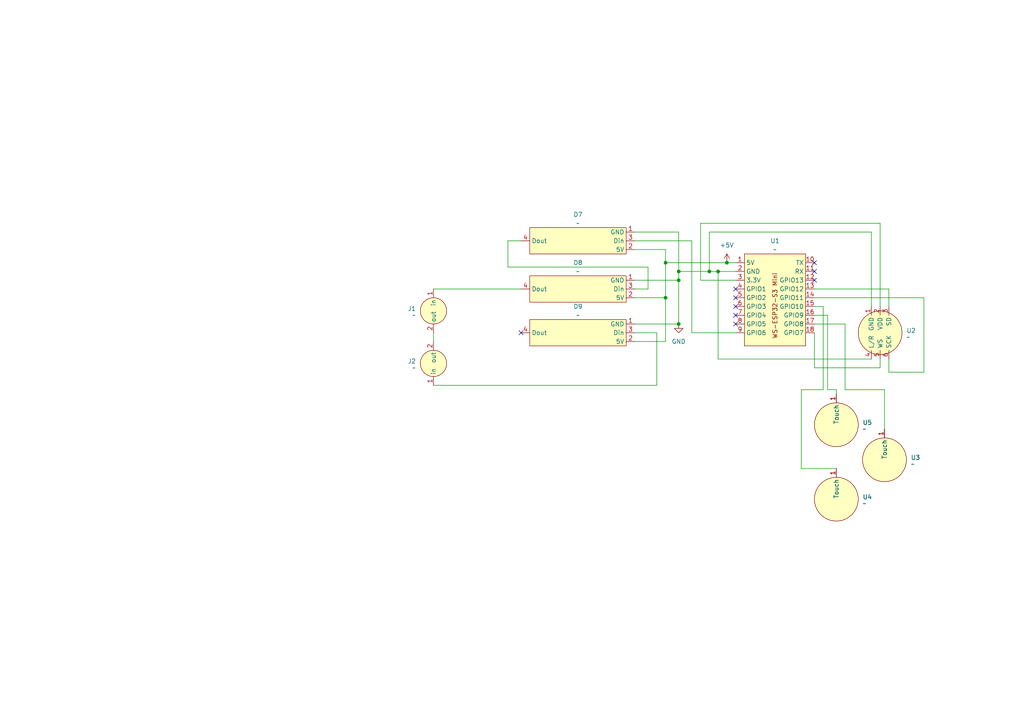
<source format=kicad_sch>
(kicad_sch (version 20231120) (generator "eeschema") (generator_version "8.0")
  (paper "A4")
  (lib_symbols
    (symbol "JumperPad_1"
      (property "Reference" "J" (at 0 2.032 0))
      (symbol "JumperPad_1_1_1"
        (circle (center 0 0) (radius 3.81) (fill (type background)))
        (pin input line (at -6.35 0 0) (length 2.54) (name "in") (number "1"))
        (pin output line (at 6.35 0 180) (length 2.54) (name "out") (number "2"))
      )
    )
    (symbol "LED_strip_1"
      (property "Reference" "D" (at 0 0 0))
      (symbol "LED_strip_1_1_1"
        (rectangle (start -13.97 3.81) (end 13.97 -3.81) (fill (type background)))
        (pin power_in line (at 16.51 2.54 180) (length 2.54) (name "GND") (number "1"))
        (pin power_in line (at 16.51 -2.54 180) (length 2.54) (name "5V") (number "2"))
        (pin bidirectional line (at 16.51 0 180) (length 2.54) (name "Din") (number "3"))
        (pin bidirectional line (at -16.51 0 0) (length 2.54) (name "Dout") (number "4"))
      )
    )
    (symbol "LED_strip_2"
      (property "Reference" "D" (at 0 0 0))
      (symbol "LED_strip_2_1_1"
        (rectangle (start -13.97 3.81) (end 13.97 -3.81) (fill (type background)))
        (pin power_in line (at 16.51 2.54 180) (length 2.54) (name "GND") (number "1"))
        (pin power_in line (at 16.51 -2.54 180) (length 2.54) (name "5V") (number "2"))
        (pin bidirectional line (at 16.51 0 180) (length 2.54) (name "Din") (number "3"))
        (pin bidirectional line (at -16.51 0 0) (length 2.54) (name "Dout") (number "4"))
      )
    )
    (symbol "TouchPad_1"
      (property "Reference" "U" (at 0 -1.778 0))
      (symbol "TouchPad_1_1_1"
        (circle (center 0 0) (radius 6.35) (fill (type background)))
        (pin bidirectional line (at 0 8.89 270) (length 2.54) (name "Touch") (number "1"))
      )
    )
    (symbol "TouchPad_2"
      (property "Reference" "U" (at 0 -1.778 0))
      (symbol "TouchPad_2_1_1"
        (circle (center 0 0) (radius 6.35) (fill (type background)))
        (pin bidirectional line (at 0 8.89 270) (length 2.54) (name "Touch") (number "1"))
      )
    )
    (symbol "Waveshare_ESP32_S3_miniDev:ESP32-S3-Zero"
      (property "Reference" "U" (at 0 10.414 0))
      (symbol "ESP32-S3-Zero_1_1"
        (rectangle (start -8.89 12.7) (end 8.89 -13.97) (fill (type background)))
        (text "WS-ESP32-S3 Mini" (at 0 -2.286 900) (effects (font (size 1.27 1.27))))
        (pin power_out line (at -11.43 10.16 0) (length 2.54) (name "5V") (number "1"))
        (pin output line (at 11.43 10.16 180) (length 2.54) (name "TX") (number "10"))
        (pin output line (at 11.43 7.62 180) (length 2.54) (name "RX") (number "11"))
        (pin output line (at 11.43 5.08 180) (length 2.54) (name "GPIO13") (number "12"))
        (pin output line (at 11.43 2.54 180) (length 2.54) (name "GPIO12") (number "13"))
        (pin output line (at 11.43 0 180) (length 2.54) (name "GPIO11") (number "14"))
        (pin output line (at 11.43 -2.54 180) (length 2.54) (name "GPIO10") (number "15"))
        (pin output line (at 11.43 -5.08 180) (length 2.54) (name "GPIO9") (number "16"))
        (pin output line (at 11.43 -7.62 180) (length 2.54) (name "GPIO8") (number "17"))
        (pin output line (at 11.43 -10.16 180) (length 2.54) (name "GPIO7") (number "18"))
        (pin power_out line (at -11.43 7.62 0) (length 2.54) (name "GND") (number "2"))
        (pin power_out line (at -11.43 5.08 0) (length 2.54) (name "3.3V") (number "3"))
        (pin output line (at -11.43 2.54 0) (length 2.54) (name "GPIO1") (number "4"))
        (pin output line (at -11.43 0 0) (length 2.54) (name "GPIO2") (number "5"))
        (pin output line (at -11.43 -2.54 0) (length 2.54) (name "GPIO3") (number "6"))
        (pin output line (at -11.43 -5.08 0) (length 2.54) (name "GPIO4") (number "7"))
        (pin output line (at -11.43 -7.62 0) (length 2.54) (name "GPIO5") (number "8"))
        (pin output line (at -11.43 -10.16 0) (length 2.54) (name "GPIO6") (number "9"))
      )
    )
    (symbol "Waveshare_ESP32_S3_miniDev:INMP441"
      (property "Reference" "U2" (at 7.62 0.6351 0))
      (property "Value" "~" (at 7.62 -1.27 0))
      (symbol "INMP441_1_1"
        (circle (center 0 0) (radius 6.35) (fill (type background)))
        (pin bidirectional line (at -2.54 7.62 270) (length 2.54) (name "GND") (number "1"))
        (pin bidirectional line (at 0 7.62 270) (length 2.54) (name "VDD") (number "2"))
        (pin bidirectional line (at 2.54 7.62 270) (length 2.54) (name "SD") (number "3"))
        (pin bidirectional line (at -2.54 -7.62 90) (length 2.54) (name "L/R") (number "4"))
        (pin bidirectional line (at 0 -7.62 90) (length 2.54) (name "WS") (number "5"))
        (pin bidirectional line (at 2.54 -7.62 90) (length 2.54) (name "SCK") (number "6"))
      )
    )
    (symbol "Waveshare_ESP32_S3_miniDev:JumperPad"
      (property "Reference" "J" (at 0 2.032 0))
      (symbol "JumperPad_1_1"
        (circle (center 0 0) (radius 3.81) (fill (type background)))
        (pin input line (at -6.35 0 0) (length 2.54) (name "in") (number "1"))
        (pin output line (at 6.35 0 180) (length 2.54) (name "out") (number "2"))
      )
    )
    (symbol "Waveshare_ESP32_S3_miniDev:LED_strip"
      (property "Reference" "D" (at 0 0 0))
      (symbol "LED_strip_1_1"
        (rectangle (start -13.97 3.81) (end 13.97 -3.81) (fill (type background)))
        (pin power_in line (at 16.51 2.54 180) (length 2.54) (name "GND") (number "1"))
        (pin power_in line (at 16.51 -2.54 180) (length 2.54) (name "5V") (number "2"))
        (pin bidirectional line (at 16.51 0 180) (length 2.54) (name "Din") (number "3"))
        (pin bidirectional line (at -16.51 0 0) (length 2.54) (name "Dout") (number "4"))
      )
    )
    (symbol "Waveshare_ESP32_S3_miniDev:TouchPad"
      (property "Reference" "U" (at 0 -1.778 0))
      (symbol "TouchPad_1_1"
        (circle (center 0 0) (radius 6.35) (fill (type background)))
        (pin bidirectional line (at 0 8.89 270) (length 2.54) (name "Touch") (number "1"))
      )
    )
    (symbol "power:+5V" (power) (pin_numbers hide) (pin_names (offset 0) hide)
      (property "Value" "+5V" (at 0 3.556 0))
      (symbol "+5V_0_1"
        (polyline (pts (xy -0.762 1.27) (xy 0 2.54)))
        (polyline (pts (xy 0 0) (xy 0 2.54)))
        (polyline (pts (xy 0 2.54) (xy 0.762 1.27)))
      )
      (symbol "+5V_1_1"
        (pin power_in line (at 0 0 90) (length 0) (name "~") (number "1"))
      )
    )
    (symbol "power:GND" (power) (pin_numbers hide) (pin_names (offset 0) hide)
      (property "Value" "GND" (at 0 -3.81 0))
      (symbol "GND_0_1"
        (polyline (pts (xy 0 0) (xy 0 -1.27) (xy 1.27 -1.27) (xy 0 -2.54) (xy -1.27 -1.27) (xy 0 -1.27)))
      )
      (symbol "GND_1_1"
        (pin power_in line (at 0 0 270) (length 0) (name "~") (number "1"))
      )
    )
  )
  (junction (at 193.04 86.36))
  (junction (at 193.04 76.2))
  (junction (at 205.74 78.74))
  (junction (at 210.82 76.2))
  (junction (at 196.85 93.98))
  (junction (at 208.28 78.74))
  (junction (at 196.85 81.28))
  (junction (at 196.85 78.74))
  (no_connect (at 213.36 93.98))
  (no_connect (at 236.22 76.2))
  (no_connect (at 236.22 81.28))
  (no_connect (at 236.22 78.74))
  (no_connect (at 151.13 96.52))
  (no_connect (at 213.36 83.82))
  (no_connect (at 213.36 88.9))
  (no_connect (at 213.36 91.44))
  (no_connect (at 213.36 86.36))
  (wire (pts (xy 184.15 81.28) (xy 196.85 81.28)))
  (wire (pts (xy 147.32 77.47) (xy 187.96 77.47)))
  (wire (pts (xy 196.85 93.98) (xy 196.85 81.28)))
  (wire (pts (xy 184.15 96.52) (xy 190.5 96.52)))
  (wire (pts (xy 255.27 64.77) (xy 255.27 88.9)))
  (wire (pts (xy 193.04 99.06) (xy 193.04 86.36)))
  (wire (pts (xy 257.81 104.14) (xy 257.81 107.95)))
  (wire (pts (xy 242.57 113.03) (xy 242.57 114.3)))
  (wire (pts (xy 184.15 69.85) (xy 200.66 69.85)))
  (wire (pts (xy 193.04 86.36) (xy 193.04 76.2)))
  (wire (pts (xy 232.41 113.03) (xy 232.41 135.89)))
  (wire (pts (xy 184.15 93.98) (xy 196.85 93.98)))
  (wire (pts (xy 193.04 76.2) (xy 210.82 76.2)))
  (wire (pts (xy 240.03 113.03) (xy 240.03 91.44)))
  (wire (pts (xy 245.11 113.03) (xy 245.11 93.98)))
  (wire (pts (xy 267.97 86.36) (xy 236.22 86.36)))
  (wire (pts (xy 257.81 107.95) (xy 267.97 107.95)))
  (wire (pts (xy 210.82 76.2) (xy 213.36 76.2)))
  (wire (pts (xy 255.27 106.68) (xy 236.22 106.68)))
  (wire (pts (xy 255.27 104.14) (xy 255.27 106.68)))
  (wire (pts (xy 184.15 72.39) (xy 193.04 72.39)))
  (wire (pts (xy 208.28 78.74) (xy 213.36 78.74)))
  (wire (pts (xy 147.32 69.85) (xy 147.32 77.47)))
  (wire (pts (xy 205.74 67.31) (xy 205.74 78.74)))
  (wire (pts (xy 236.22 91.44) (xy 240.03 91.44)))
  (wire (pts (xy 125.73 111.76) (xy 190.5 111.76)))
  (wire (pts (xy 184.15 67.31) (xy 196.85 67.31)))
  (wire (pts (xy 238.76 88.9) (xy 238.76 113.03)))
  (wire (pts (xy 184.15 99.06) (xy 193.04 99.06)))
  (wire (pts (xy 187.96 77.47) (xy 187.96 83.82)))
  (wire (pts (xy 240.03 113.03) (xy 242.57 113.03)))
  (wire (pts (xy 238.76 88.9) (xy 236.22 88.9)))
  (wire (pts (xy 193.04 72.39) (xy 193.04 76.2)))
  (wire (pts (xy 196.85 67.31) (xy 196.85 78.74)))
  (wire (pts (xy 200.66 69.85) (xy 200.66 96.52)))
  (wire (pts (xy 232.41 135.89) (xy 242.57 135.89)))
  (wire (pts (xy 196.85 81.28) (xy 196.85 78.74)))
  (wire (pts (xy 255.27 64.77) (xy 203.2 64.77)))
  (wire (pts (xy 238.76 113.03) (xy 232.41 113.03)))
  (wire (pts (xy 245.11 93.98) (xy 236.22 93.98)))
  (wire (pts (xy 125.73 96.52) (xy 125.73 99.06)))
  (wire (pts (xy 205.74 78.74) (xy 208.28 78.74)))
  (wire (pts (xy 196.85 78.74) (xy 205.74 78.74)))
  (wire (pts (xy 203.2 81.28) (xy 213.36 81.28)))
  (wire (pts (xy 236.22 106.68) (xy 236.22 96.52)))
  (wire (pts (xy 208.28 104.14) (xy 208.28 78.74)))
  (wire (pts (xy 267.97 107.95) (xy 267.97 86.36)))
  (wire (pts (xy 203.2 64.77) (xy 203.2 81.28)))
  (wire (pts (xy 187.96 83.82) (xy 184.15 83.82)))
  (wire (pts (xy 252.73 104.14) (xy 208.28 104.14)))
  (wire (pts (xy 245.11 113.03) (xy 256.54 113.03)))
  (wire (pts (xy 257.81 88.9) (xy 257.81 83.82)))
  (wire (pts (xy 236.22 83.82) (xy 257.81 83.82)))
  (wire (pts (xy 190.5 111.76) (xy 190.5 96.52)))
  (wire (pts (xy 200.66 96.52) (xy 213.36 96.52)))
  (wire (pts (xy 125.73 83.82) (xy 151.13 83.82)))
  (wire (pts (xy 252.73 67.31) (xy 252.73 88.9)))
  (wire (pts (xy 184.15 86.36) (xy 193.04 86.36)))
  (wire (pts (xy 256.54 113.03) (xy 256.54 124.46)))
  (wire (pts (xy 151.13 69.85) (xy 147.32 69.85)))
  (wire (pts (xy 205.74 67.31) (xy 252.73 67.31)))
  (symbol (lib_name "LED_strip_1") (lib_id "Waveshare_ESP32_S3_miniDev:LED_strip") (at 167.64 69.85 0) (unit 1)
    (property "Reference" "D7" (at 167.64 62.23 0))
    (property "Value" "~" (at 167.64 64.77 0))
    (property "Footprint" "Waveshare_ESP32_S3_mini:LED strip ghost" (effects (hide yes)))
  )
  (symbol (lib_id "Waveshare_ESP32_S3_miniDev:JumperPad") (at 125.73 105.41 270) (mirror x) (unit 1)
    (property "Reference" "J2" (at 120.65 104.7749 90) (effects (justify right)))
    (property "Value" "~" (at 120.65 106.68 90) (effects (justify right)))
    (property "Footprint" "Waveshare_ESP32_S3_mini:jumper pad" (effects (hide yes)))
  )
  (symbol (lib_id "power:GND") (at 196.85 93.98 0) (unit 1)
    (property "Reference" "#PWR02" (effects (hide yes)))
    (property "Value" "GND" (at 196.85 99.06 0))
    (property "Description" "Power symbol creates a global label with name \"GND\" , ground" (effects (hide yes)))
  )
  (symbol (lib_id "power:+5V") (at 210.82 76.2 0) (unit 1)
    (property "Reference" "#PWR01" (effects (hide yes)))
    (property "Value" "+5V" (at 210.82 71.12 0))
    (property "Description" "Power symbol creates a global label with name \"+5V\"" (effects (hide yes)))
  )
  (symbol (lib_id "Waveshare_ESP32_S3_miniDev:LED_strip") (at 167.64 96.52 0) (unit 1)
    (property "Reference" "D9" (at 167.64 88.9 0))
    (property "Value" "~" (at 167.64 91.44 0))
    (property "Footprint" "Waveshare_ESP32_S3_mini:LED strip ghost" (effects (hide yes)))
  )
  (symbol (lib_name "JumperPad_1") (lib_id "Waveshare_ESP32_S3_miniDev:JumperPad") (at 125.73 90.17 90) (mirror x) (unit 1)
    (property "Reference" "J1" (at 120.65 89.5349 90) (effects (justify left)))
    (property "Value" "~" (at 120.65 91.44 90) (effects (justify left)))
    (property "Footprint" "Waveshare_ESP32_S3_mini:jumper pad" (effects (hide yes)))
  )
  (symbol (lib_id "Waveshare_ESP32_S3_miniDev:TouchPad") (at 242.57 144.78 0) (unit 1)
    (property "Reference" "U4" (at 250.19 144.1449 0) (effects (justify left)))
    (property "Value" "~" (at 250.19 146.05 0) (effects (justify left)))
    (property "Footprint" "Waveshare_ESP32_S3_mini:Cap touch sensor" (effects (hide yes)))
  )
  (symbol (lib_name "TouchPad_2") (lib_id "Waveshare_ESP32_S3_miniDev:TouchPad") (at 256.54 133.35 0) (unit 1)
    (property "Reference" "U3" (at 264.16 132.7149 0) (effects (justify left)))
    (property "Value" "~" (at 264.16 134.62 0) (effects (justify left)))
    (property "Footprint" "Waveshare_ESP32_S3_mini:Cap touch sensor" (effects (hide yes)))
  )
  (symbol (lib_name "TouchPad_1") (lib_id "Waveshare_ESP32_S3_miniDev:TouchPad") (at 242.57 123.19 0) (unit 1)
    (property "Reference" "U5" (at 250.19 122.5549 0) (effects (justify left)))
    (property "Value" "~" (at 250.19 124.46 0) (effects (justify left)))
    (property "Footprint" "Waveshare_ESP32_S3_mini:Cap touch sensor" (effects (hide yes)))
  )
  (symbol (lib_id "Waveshare_ESP32_S3_miniDev:ESP32-S3-Zero") (at 224.79 86.36 0) (unit 1)
    (property "Reference" "U1" (at 224.79 69.85 0))
    (property "Value" "~" (at 224.79 72.39 0))
    (property "Footprint" "Waveshare_ESP32_S3_mini:WS-ESP32-S3-Mini" (effects (hide yes)))
  )
  (symbol (lib_name "LED_strip_2") (lib_id "Waveshare_ESP32_S3_miniDev:LED_strip") (at 167.64 83.82 0) (unit 1)
    (property "Reference" "D8" (at 167.64 76.2 0))
    (property "Value" "~" (at 167.64 78.74 0))
    (property "Footprint" "Waveshare_ESP32_S3_mini:LED strip ghost" (effects (hide yes)))
  )
  (symbol (lib_id "Waveshare_ESP32_S3_miniDev:INMP441") (at 255.27 96.52 0) (unit 1)
    (property "Reference" "U2" (at 262.89 95.8849 0) (effects (justify left)))
    (property "Value" "~" (at 262.89 97.79 0) (effects (justify left)))
    (property "Footprint" "Waveshare_ESP32_S3_mini:INMP441" (effects (hide yes)))
  )
)
</source>
